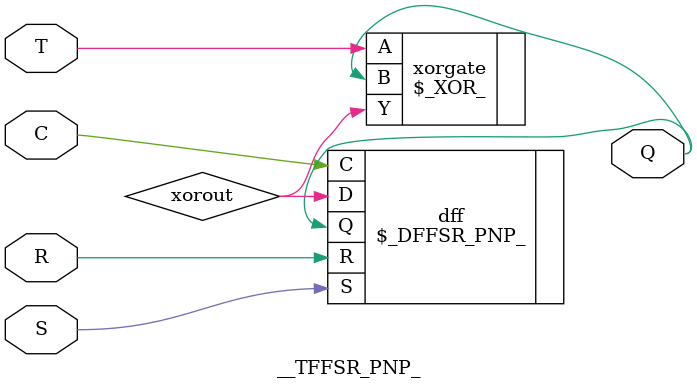
<source format=v>
module __TFFSR_PNP_ (C, S, R, T, Q);
	input C, S, R, T;
	output wire Q;
	wire xorout;
	$_XOR_ xorgate (
		.A(T),
		.B(Q),
		.Y(xorout),
	);
	$_DFFSR_PNP_ dff (
		.C(C),
		.D(xorout),
		.Q(Q),
		.S(S),
		.R(R),
	);
endmodule
</source>
